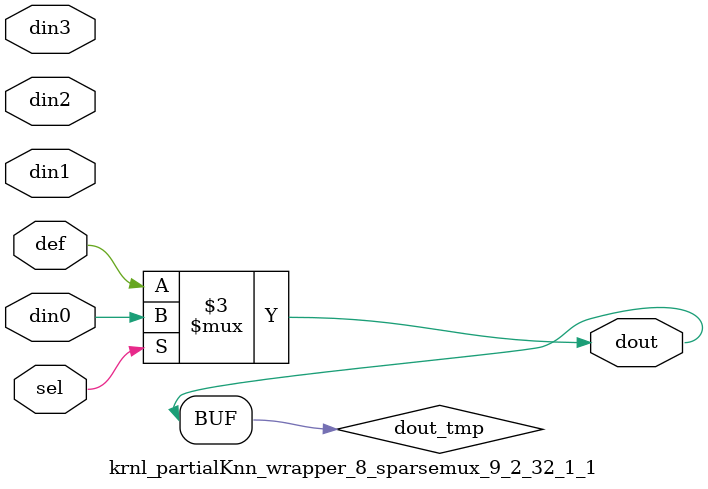
<source format=v>
`timescale 1ns / 1ps

module krnl_partialKnn_wrapper_8_sparsemux_9_2_32_1_1 (din0,din1,din2,din3,def,sel,dout);

parameter din0_WIDTH = 1;

parameter din1_WIDTH = 1;

parameter din2_WIDTH = 1;

parameter din3_WIDTH = 1;

parameter def_WIDTH = 1;
parameter sel_WIDTH = 1;
parameter dout_WIDTH = 1;

parameter [sel_WIDTH-1:0] CASE0 = 1;

parameter [sel_WIDTH-1:0] CASE1 = 1;

parameter [sel_WIDTH-1:0] CASE2 = 1;

parameter [sel_WIDTH-1:0] CASE3 = 1;

parameter ID = 1;
parameter NUM_STAGE = 1;



input [din0_WIDTH-1:0] din0;

input [din1_WIDTH-1:0] din1;

input [din2_WIDTH-1:0] din2;

input [din3_WIDTH-1:0] din3;

input [def_WIDTH-1:0] def;
input [sel_WIDTH-1:0] sel;

output [dout_WIDTH-1:0] dout;



reg [dout_WIDTH-1:0] dout_tmp;

always @ (*) begin
case (sel)
    
    CASE0 : dout_tmp = din0;
    
    CASE1 : dout_tmp = din1;
    
    CASE2 : dout_tmp = din2;
    
    CASE3 : dout_tmp = din3;
    
    default : dout_tmp = def;
endcase
end


assign dout = dout_tmp;



endmodule

</source>
